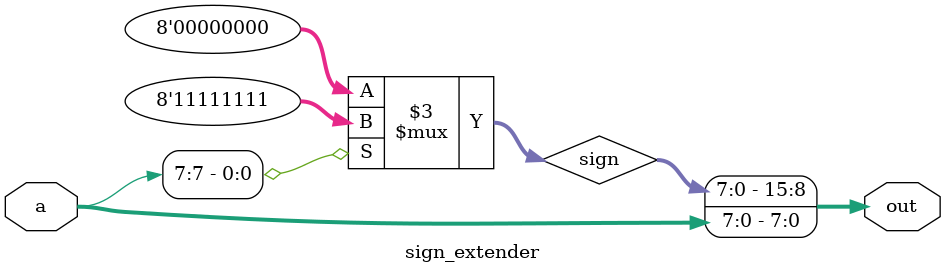
<source format=v>
module sign_extender(input [7:0] a, output[15:0] out);
  wire [7:0] sign;
  assign sign = (a[7] == 1'b1) ? 8'b11111111 : 1'b0;
  assign out = {sign, a};
endmodule

</source>
